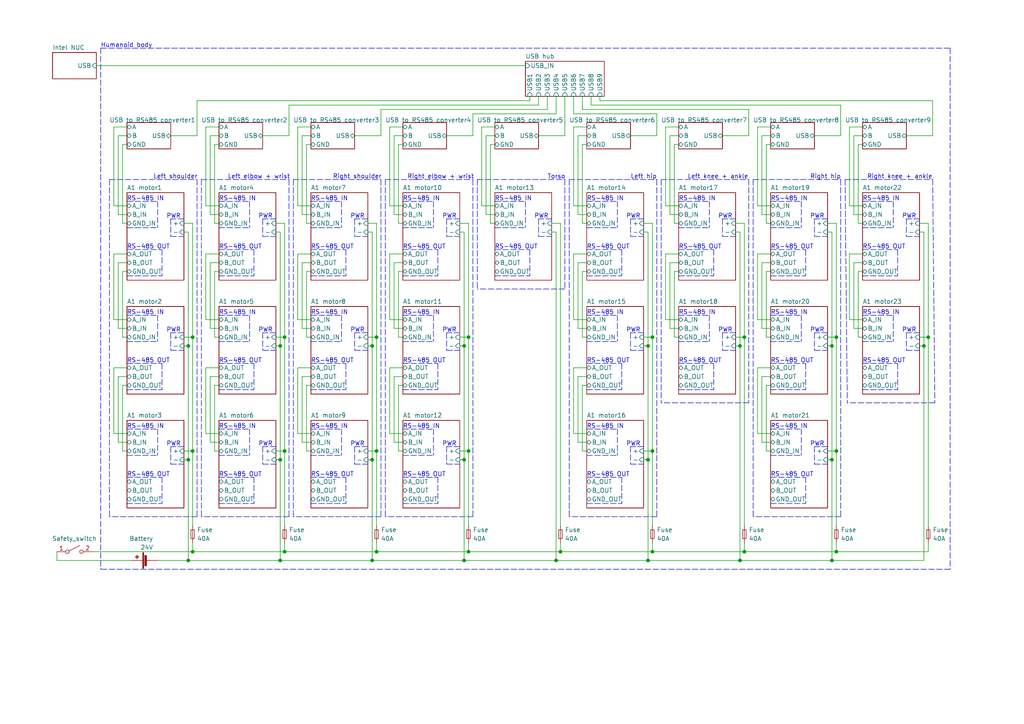
<source format=kicad_sch>
(kicad_sch (version 20211123) (generator eeschema)
  (paper "A4")
  (title_block (title "Actuation system of the humanoid robot") (date "2023-04-27"))
  (junction (at 269.24 97.79))
  (junction (at 189.23 160.02))
  (junction (at 242.57 160.02))
  (junction (at 81.28 133.35))
  (junction (at 187.96 162.56))
  (junction (at 242.57 130.81))
  (junction (at 54.61 100.33))
  (junction (at 241.3 162.56))
  (junction (at 187.96 100.33))
  (junction (at 107.95 100.33))
  (junction (at 189.23 97.79))
  (junction (at 109.22 97.79))
  (junction (at 55.88 160.02))
  (junction (at 81.28 162.56))
  (junction (at 135.89 130.81))
  (junction (at 215.9 160.02))
  (junction (at 82.55 160.02))
  (junction (at 82.55 130.81))
  (junction (at 242.57 97.79))
  (junction (at 134.62 133.35))
  (junction (at 135.89 160.02))
  (junction (at 241.3 133.35))
  (junction (at 54.61 162.56))
  (junction (at 162.56 160.02))
  (junction (at 214.63 162.56))
  (junction (at 214.63 100.33))
  (junction (at 267.97 100.33))
  (junction (at 241.3 100.33))
  (junction (at 135.89 97.79))
  (junction (at 81.28 100.33))
  (junction (at 54.61 133.35))
  (junction (at 109.22 130.81))
  (junction (at 107.95 162.56))
  (junction (at 55.88 130.81))
  (junction (at 134.62 162.56))
  (junction (at 134.62 100.33))
  (junction (at 161.29 162.56))
  (junction (at 189.23 130.81))
  (junction (at 82.55 97.79))
  (junction (at 107.95 133.35))
  (junction (at 215.9 97.79))
  (junction (at 55.88 97.79))
  (junction (at 109.22 160.02))
  (junction (at 187.96 133.35))
  (wire (pts (xy 166.37 73.66) (xy 166.37 92.71)))
  (polyline (pts (xy 223.52 105.41) (xy 233.68 105.41)))
  (wire (pts (xy 241.3 67.31) (xy 240.03 67.31)))
  (polyline (pts (xy 236.22 129.54) (xy 236.22 134.62)))
  (polyline (pts (xy 63.5 113.03) (xy 73.66 113.03)))
  (polyline (pts (xy 191.77 52.07) (xy 191.77 116.84)))
  (wire (pts (xy 195.58 64.77) (xy 196.85 64.77)))
  (wire (pts (xy 250.19 36.83) (xy 246.38 36.83)))
  (wire (pts (xy 173.99 29.21) (xy 173.99 27.94)))
  (polyline (pts (xy 36.83 58.42) (xy 45.72 58.42)))
  (polyline (pts (xy 106.68 63.5) (xy 102.87 63.5)))
  (wire (pts (xy 250.19 39.37) (xy 247.65 39.37)))
  (wire (pts (xy 35.56 130.81) (xy 36.83 130.81)))
  (wire (pts (xy 107.95 133.35) (xy 107.95 100.33)))
  (wire (pts (xy 223.52 106.68) (xy 219.71 106.68)))
  (wire (pts (xy 57.15 29.21) (xy 153.67 29.21)))
  (wire (pts (xy 88.9 130.81) (xy 90.17 130.81)))
  (polyline (pts (xy 245.11 52.07) (xy 245.745 116.84)))
  (wire (pts (xy 187.96 162.56) (xy 214.63 162.56)))
  (polyline (pts (xy 250.19 91.44) (xy 259.08 91.44)))
  (wire (pts (xy 113.03 125.73) (xy 116.84 125.73)))
  (wire (pts (xy 57.15 39.37) (xy 57.15 29.21)))
  (polyline (pts (xy 196.85 99.06) (xy 205.74 99.06)))
  (polyline (pts (xy 90.17 132.08) (xy 99.06 132.08)))
  (wire (pts (xy 60.96 62.23) (xy 63.5 62.23)))
  (polyline (pts (xy 36.83 146.05) (xy 46.99 146.05)))
  (wire (pts (xy 81.28 67.31) (xy 80.01 67.31)))
  (polyline (pts (xy 170.18 138.43) (xy 180.34 138.43)))
  (wire (pts (xy 82.55 160.02) (xy 109.22 160.02)))
  (polyline (pts (xy 100.33 138.43) (xy 100.33 146.05)))
  (wire (pts (xy 187.96 100.33) (xy 187.96 67.31)))
  (wire (pts (xy 53.34 130.81) (xy 55.88 130.81)))
  (wire (pts (xy 267.97 100.33) (xy 267.97 67.31)))
  (wire (pts (xy 168.91 64.77) (xy 170.18 64.77)))
  (wire (pts (xy 196.85 41.91) (xy 195.58 41.91)))
  (polyline (pts (xy 223.52 132.08) (xy 232.41 132.08)))
  (wire (pts (xy 186.69 130.81) (xy 189.23 130.81)))
  (wire (pts (xy 90.17 73.66) (xy 86.36 73.66)))
  (polyline (pts (xy 110.49 149.86) (xy 85.09 149.86)))
  (wire (pts (xy 87.63 39.37) (xy 87.63 62.23)))
  (wire (pts (xy 55.88 130.81) (xy 55.88 152.4)))
  (wire (pts (xy 223.52 78.74) (xy 222.25 78.74)))
  (wire (pts (xy 86.36 36.83) (xy 86.36 59.69)))
  (wire (pts (xy 33.02 73.66) (xy 33.02 92.71)))
  (wire (pts (xy 137.16 33.02) (xy 161.29 33.02)))
  (polyline (pts (xy 106.68 96.52) (xy 102.87 96.52)))
  (wire (pts (xy 115.57 97.79) (xy 116.84 97.79)))
  (polyline (pts (xy 143.51 80.01) (xy 153.67 80.01)))
  (polyline (pts (xy 262.89 101.6) (xy 266.7 101.6)))
  (polyline (pts (xy 53.34 63.5) (xy 49.53 63.5)))
  (wire (pts (xy 114.3 109.22) (xy 114.3 128.27)))
  (wire (pts (xy 222.25 111.76) (xy 222.25 130.81)))
  (wire (pts (xy 189.23 64.77) (xy 189.23 97.79)))
  (wire (pts (xy 59.69 73.66) (xy 59.69 92.71)))
  (wire (pts (xy 55.88 157.48) (xy 55.88 160.02)))
  (wire (pts (xy 139.7 59.69) (xy 143.51 59.69)))
  (wire (pts (xy 219.71 59.69) (xy 223.52 59.69)))
  (wire (pts (xy 34.29 128.27) (xy 36.83 128.27)))
  (wire (pts (xy 168.91 130.81) (xy 170.18 130.81)))
  (wire (pts (xy 26.67 160.02) (xy 55.88 160.02)))
  (polyline (pts (xy 63.5 66.04) (xy 72.39 66.04)))
  (wire (pts (xy 193.04 59.69) (xy 196.85 59.69)))
  (wire (pts (xy 45.72 162.56) (xy 54.61 162.56)))
  (polyline (pts (xy 250.19 105.41) (xy 260.35 105.41)))
  (polyline (pts (xy 99.06 124.46) (xy 99.06 132.08)))
  (polyline (pts (xy 170.18 99.06) (xy 179.07 99.06)))
  (wire (pts (xy 62.23 97.79) (xy 63.5 97.79)))
  (wire (pts (xy 135.89 157.48) (xy 135.89 160.02)))
  (wire (pts (xy 54.61 162.56) (xy 81.28 162.56)))
  (wire (pts (xy 220.98 39.37) (xy 220.98 62.23)))
  (wire (pts (xy 34.29 76.2) (xy 34.29 95.25)))
  (wire (pts (xy 86.36 59.69) (xy 90.17 59.69)))
  (polyline (pts (xy 102.87 134.62) (xy 106.68 134.62)))
  (polyline (pts (xy 179.07 91.44) (xy 179.07 99.06)))
  (wire (pts (xy 110.49 39.37) (xy 102.87 39.37)))
  (wire (pts (xy 217.17 31.75) (xy 217.17 39.37)))
  (wire (pts (xy 114.3 62.23) (xy 116.84 62.23)))
  (wire (pts (xy 247.65 39.37) (xy 247.65 62.23)))
  (wire (pts (xy 116.84 76.2) (xy 114.3 76.2)))
  (polyline (pts (xy 116.84 138.43) (xy 127 138.43)))
  (polyline (pts (xy 236.22 134.62) (xy 240.03 134.62)))
  (wire (pts (xy 186.69 97.79) (xy 189.23 97.79)))
  (wire (pts (xy 114.3 76.2) (xy 114.3 95.25)))
  (polyline (pts (xy 102.87 63.5) (xy 102.87 68.58)))
  (wire (pts (xy 86.36 73.66) (xy 86.36 92.71)))
  (polyline (pts (xy 170.18 105.41) (xy 180.34 105.41)))
  (polyline (pts (xy 63.5 132.08) (xy 72.39 132.08)))
  (wire (pts (xy 166.37 92.71) (xy 170.18 92.71)))
  (polyline (pts (xy 46.99 138.43) (xy 46.99 146.05)))
  (wire (pts (xy 106.68 64.77) (xy 109.22 64.77)))
  (polyline (pts (xy 262.89 96.52) (xy 262.89 101.6)))
  (wire (pts (xy 62.23 64.77) (xy 63.5 64.77)))
  (polyline (pts (xy 156.21 68.58) (xy 160.02 68.58)))
  (polyline (pts (xy 143.51 58.42) (xy 152.4 58.42)))
  (polyline (pts (xy 260.35 105.41) (xy 260.35 113.03)))
  (wire (pts (xy 266.7 100.33) (xy 267.97 100.33)))
  (polyline (pts (xy 76.2 96.52) (xy 76.2 101.6)))
  (polyline (pts (xy 63.5 58.42) (xy 72.39 58.42)))
  (wire (pts (xy 49.53 39.37) (xy 57.15 39.37)))
  (wire (pts (xy 168.91 27.94) (xy 168.91 31.75)))
  (wire (pts (xy 167.64 128.27) (xy 170.18 128.27)))
  (wire (pts (xy 33.02 36.83) (xy 33.02 59.69)))
  (polyline (pts (xy 232.41 124.46) (xy 232.41 132.08)))
  (polyline (pts (xy 125.73 91.44) (xy 125.73 99.06)))
  (wire (pts (xy 114.3 39.37) (xy 114.3 62.23)))
  (polyline (pts (xy 232.41 58.42) (xy 232.41 66.04)))
  (wire (pts (xy 190.5 33.02) (xy 166.37 33.02)))
  (wire (pts (xy 36.83 41.91) (xy 35.56 41.91)))
  (wire (pts (xy 116.84 39.37) (xy 114.3 39.37)))
  (wire (pts (xy 109.22 160.02) (xy 135.89 160.02)))
  (wire (pts (xy 54.61 67.31) (xy 53.34 67.31)))
  (polyline (pts (xy 116.84 146.05) (xy 127 146.05)))
  (polyline (pts (xy 266.7 96.52) (xy 262.89 96.52)))
  (wire (pts (xy 246.38 92.71) (xy 250.19 92.71)))
  (polyline (pts (xy 236.22 68.58) (xy 240.03 68.58)))
  (wire (pts (xy 59.69 59.69) (xy 63.5 59.69)))
  (wire (pts (xy 63.5 76.2) (xy 60.96 76.2)))
  (wire (pts (xy 247.65 62.23) (xy 250.19 62.23)))
  (wire (pts (xy 195.58 78.74) (xy 195.58 97.79)))
  (wire (pts (xy 186.69 64.77) (xy 189.23 64.77)))
  (wire (pts (xy 53.34 100.33) (xy 54.61 100.33)))
  (wire (pts (xy 107.95 100.33) (xy 107.95 67.31)))
  (polyline (pts (xy 116.84 58.42) (xy 125.73 58.42)))
  (wire (pts (xy 87.63 128.27) (xy 90.17 128.27)))
  (wire (pts (xy 241.3 133.35) (xy 241.3 162.56)))
  (polyline (pts (xy 180.34 138.43) (xy 180.34 146.05)))
  (wire (pts (xy 35.56 111.76) (xy 35.56 130.81)))
  (wire (pts (xy 80.01 133.35) (xy 81.28 133.35)))
  (polyline (pts (xy 213.36 96.52) (xy 209.55 96.52)))
  (wire (pts (xy 248.92 78.74) (xy 248.92 97.79)))
  (wire (pts (xy 163.83 39.37) (xy 163.83 27.94)))
  (wire (pts (xy 215.9 157.48) (xy 215.9 160.02)))
  (wire (pts (xy 170.18 73.66) (xy 166.37 73.66)))
  (polyline (pts (xy 236.22 101.6) (xy 240.03 101.6)))
  (polyline (pts (xy 250.19 72.39) (xy 260.35 72.39)))
  (polyline (pts (xy 205.74 91.44) (xy 205.74 99.06)))
  (wire (pts (xy 243.84 39.37) (xy 243.84 30.48)))
  (polyline (pts (xy 223.52 99.06) (xy 232.41 99.06)))
  (polyline (pts (xy 36.83 113.03) (xy 46.99 113.03)))
  (wire (pts (xy 242.57 64.77) (xy 242.57 97.79)))
  (polyline (pts (xy 223.52 66.04) (xy 232.41 66.04)))
  (polyline (pts (xy 45.72 91.44) (xy 45.72 99.06)))
  (polyline (pts (xy 196.85 113.03) (xy 207.01 113.03)))
  (wire (pts (xy 214.63 100.33) (xy 214.63 67.31)))
  (polyline (pts (xy 83.82 52.07) (xy 83.82 149.86)))
  (wire (pts (xy 90.17 78.74) (xy 88.9 78.74)))
  (wire (pts (xy 60.96 128.27) (xy 63.5 128.27)))
  (wire (pts (xy 90.17 106.68) (xy 86.36 106.68)))
  (wire (pts (xy 33.02 106.68) (xy 33.02 125.73)))
  (wire (pts (xy 187.96 67.31) (xy 186.69 67.31)))
  (wire (pts (xy 247.65 95.25) (xy 250.19 95.25)))
  (wire (pts (xy 90.17 109.22) (xy 87.63 109.22)))
  (wire (pts (xy 142.24 41.91) (xy 142.24 64.77)))
  (wire (pts (xy 158.75 31.75) (xy 158.75 27.94)))
  (wire (pts (xy 33.02 92.71) (xy 36.83 92.71)))
  (polyline (pts (xy 275.59 165.1) (xy 29.21 165.1)))
  (wire (pts (xy 114.3 95.25) (xy 116.84 95.25)))
  (wire (pts (xy 140.97 62.23) (xy 143.51 62.23)))
  (wire (pts (xy 115.57 78.74) (xy 115.57 97.79)))
  (polyline (pts (xy 207.01 72.39) (xy 207.01 80.01)))
  (wire (pts (xy 87.63 95.25) (xy 90.17 95.25)))
  (polyline (pts (xy 100.33 72.39) (xy 100.33 80.01)))
  (polyline (pts (xy 217.17 52.07) (xy 217.17 116.84)))
  (polyline (pts (xy 73.66 72.39) (xy 73.66 80.01)))
  (wire (pts (xy 53.34 97.79) (xy 55.88 97.79)))
  (wire (pts (xy 63.5 111.76) (xy 62.23 111.76)))
  (wire (pts (xy 54.61 133.35) (xy 54.61 100.33)))
  (polyline (pts (xy 63.5 146.05) (xy 73.66 146.05)))
  (polyline (pts (xy 72.39 91.44) (xy 72.39 99.06)))
  (polyline (pts (xy 205.74 58.42) (xy 205.74 66.04)))
  (wire (pts (xy 110.49 39.37) (xy 110.49 31.75)))
  (wire (pts (xy 171.45 30.48) (xy 171.45 27.94)))
  (wire (pts (xy 36.83 111.76) (xy 35.56 111.76)))
  (wire (pts (xy 80.01 130.81) (xy 82.55 130.81)))
  (polyline (pts (xy 218.44 52.07) (xy 218.44 149.86)))
  (wire (pts (xy 223.52 39.37) (xy 220.98 39.37)))
  (polyline (pts (xy 100.33 105.41) (xy 100.33 113.03)))
  (polyline (pts (xy 36.83 66.04) (xy 45.72 66.04)))
  (polyline (pts (xy 152.4 58.42) (xy 152.4 66.04)))
  (wire (pts (xy 167.64 62.23) (xy 170.18 62.23)))
  (polyline (pts (xy 179.07 58.42) (xy 179.07 66.04)))
  (wire (pts (xy 106.68 130.81) (xy 109.22 130.81)))
  (wire (pts (xy 193.04 92.71) (xy 196.85 92.71)))
  (wire (pts (xy 240.03 133.35) (xy 241.3 133.35)))
  (polyline (pts (xy 129.54 134.62) (xy 133.35 134.62)))
  (polyline (pts (xy 196.85 66.04) (xy 205.74 66.04)))
  (wire (pts (xy 170.18 106.68) (xy 166.37 106.68)))
  (wire (pts (xy 88.9 111.76) (xy 88.9 130.81)))
  (wire (pts (xy 196.85 78.74) (xy 195.58 78.74)))
  (wire (pts (xy 116.84 106.68) (xy 113.03 106.68)))
  (polyline (pts (xy 217.17 116.84) (xy 191.77 116.84)))
  (wire (pts (xy 167.64 39.37) (xy 167.64 62.23)))
  (wire (pts (xy 247.65 76.2) (xy 247.65 95.25)))
  (polyline (pts (xy 127 72.39) (xy 127 80.01)))
  (polyline (pts (xy 243.84 52.07) (xy 243.84 149.86)))
  (polyline (pts (xy 163.83 83.82) (xy 138.43 83.82)))
  (polyline (pts (xy 190.5 149.86) (xy 165.1 149.86)))
  (wire (pts (xy 35.56 78.74) (xy 35.56 97.79)))
  (polyline (pts (xy 232.41 91.44) (xy 232.41 99.06)))
  (wire (pts (xy 162.56 160.02) (xy 189.23 160.02)))
  (polyline (pts (xy 180.34 105.41) (xy 180.34 113.03)))
  (wire (pts (xy 267.97 100.33) (xy 267.97 162.56)))
  (polyline (pts (xy 209.55 96.52) (xy 209.55 101.6)))
  (polyline (pts (xy 182.88 134.62) (xy 186.69 134.62)))
  (polyline (pts (xy 116.84 113.03) (xy 127 113.03)))
  (wire (pts (xy 246.38 73.66) (xy 246.38 92.71)))
  (polyline (pts (xy 223.52 138.43) (xy 233.68 138.43)))
  (polyline (pts (xy 110.49 52.07) (xy 110.49 149.86)))
  (polyline (pts (xy 76.2 101.6) (xy 80.01 101.6)))
  (wire (pts (xy 168.91 31.75) (xy 217.17 31.75)))
  (wire (pts (xy 82.55 97.79) (xy 82.55 130.81)))
  (wire (pts (xy 246.38 59.69) (xy 250.19 59.69)))
  (polyline (pts (xy 182.88 129.54) (xy 182.88 134.62)))
  (wire (pts (xy 53.34 133.35) (xy 54.61 133.35)))
  (wire (pts (xy 33.02 125.73) (xy 36.83 125.73)))
  (polyline (pts (xy 129.54 96.52) (xy 129.54 101.6)))
  (polyline (pts (xy 266.7 63.5) (xy 262.89 63.5)))
  (wire (pts (xy 116.84 36.83) (xy 113.03 36.83)))
  (wire (pts (xy 166.37 59.69) (xy 170.18 59.69)))
  (wire (pts (xy 189.23 157.48) (xy 189.23 160.02)))
  (wire (pts (xy 143.51 36.83) (xy 139.7 36.83)))
  (wire (pts (xy 162.56 157.48) (xy 162.56 160.02)))
  (polyline (pts (xy 186.69 129.54) (xy 182.88 129.54)))
  (polyline (pts (xy 180.34 72.39) (xy 180.34 80.01)))
  (polyline (pts (xy 36.83 105.41) (xy 46.99 105.41)))
  (wire (pts (xy 222.25 41.91) (xy 222.25 64.77)))
  (polyline (pts (xy 63.5 72.39) (xy 73.66 72.39)))
  (polyline (pts (xy 116.84 99.06) (xy 125.73 99.06)))
  (wire (pts (xy 223.52 109.22) (xy 220.98 109.22)))
  (wire (pts (xy 242.57 130.81) (xy 242.57 152.4)))
  (wire (pts (xy 168.91 41.91) (xy 168.91 64.77)))
  (wire (pts (xy 34.29 95.25) (xy 36.83 95.25)))
  (polyline (pts (xy 116.84 91.44) (xy 125.73 91.44)))
  (polyline (pts (xy 213.36 63.5) (xy 209.55 63.5)))
  (polyline (pts (xy 245.11 52.07) (xy 270.51 52.07)))
  (polyline (pts (xy 49.53 63.5) (xy 49.53 68.58)))
  (polyline (pts (xy 156.21 63.5) (xy 156.21 68.58)))
  (polyline (pts (xy 233.68 138.43) (xy 233.68 146.05)))
  (polyline (pts (xy 53.34 96.52) (xy 49.53 96.52)))
  (polyline (pts (xy 127 105.41) (xy 127 113.03)))
  (wire (pts (xy 143.51 41.91) (xy 142.24 41.91)))
  (wire (pts (xy 90.17 36.83) (xy 86.36 36.83)))
  (wire (pts (xy 193.04 36.83) (xy 193.04 59.69)))
  (polyline (pts (xy 218.44 52.07) (xy 243.84 52.07)))
  (wire (pts (xy 270.51 39.37) (xy 262.89 39.37)))
  (polyline (pts (xy 99.06 91.44) (xy 99.06 99.06)))
  (wire (pts (xy 160.02 64.77) (xy 162.56 64.77)))
  (wire (pts (xy 170.18 36.83) (xy 166.37 36.83)))
  (polyline (pts (xy 63.5 138.43) (xy 73.66 138.43)))
  (polyline (pts (xy 240.03 96.52) (xy 236.22 96.52)))
  (polyline (pts (xy 196.85 105.41) (xy 207.01 105.41)))
  (wire (pts (xy 88.9 64.77) (xy 90.17 64.77)))
  (wire (pts (xy 60.96 39.37) (xy 60.96 62.23)))
  (wire (pts (xy 196.85 36.83) (xy 193.04 36.83)))
  (polyline (pts (xy 31.75 52.07) (xy 57.15 52.07)))
  (wire (pts (xy 55.88 160.02) (xy 82.55 160.02)))
  (polyline (pts (xy 129.54 129.54) (xy 129.54 134.62)))
  (polyline (pts (xy 190.5 52.07) (xy 190.5 149.86)))
  (wire (pts (xy 186.69 133.35) (xy 187.96 133.35)))
  (wire (pts (xy 135.89 160.02) (xy 162.56 160.02)))
  (wire (pts (xy 195.58 41.91) (xy 195.58 64.77)))
  (wire (pts (xy 170.18 39.37) (xy 167.64 39.37)))
  (wire (pts (xy 63.5 36.83) (xy 59.69 36.83)))
  (wire (pts (xy 83.82 30.48) (xy 156.21 30.48)))
  (wire (pts (xy 214.63 100.33) (xy 214.63 162.56)))
  (wire (pts (xy 270.51 39.37) (xy 270.51 29.21)))
  (wire (pts (xy 241.3 133.35) (xy 241.3 100.33)))
  (wire (pts (xy 113.03 73.66) (xy 113.03 92.71)))
  (polyline (pts (xy 129.54 63.5) (xy 129.54 68.58)))
  (wire (pts (xy 36.83 73.66) (xy 33.02 73.66)))
  (polyline (pts (xy 73.66 138.43) (xy 73.66 146.05)))
  (polyline (pts (xy 46.99 105.41) (xy 46.99 113.03)))
  (wire (pts (xy 242.57 157.48) (xy 242.57 160.02)))
  (polyline (pts (xy 262.89 68.58) (xy 266.7 68.58)))
  (wire (pts (xy 80.01 97.79) (xy 82.55 97.79)))
  (wire (pts (xy 156.21 39.37) (xy 163.83 39.37)))
  (polyline (pts (xy 102.87 129.54) (xy 102.87 134.62)))
  (wire (pts (xy 86.36 125.73) (xy 90.17 125.73)))
  (polyline (pts (xy 186.69 96.52) (xy 182.88 96.52)))
  (polyline (pts (xy 85.09 52.07) (xy 110.49 52.07)))
  (wire (pts (xy 240.03 64.77) (xy 242.57 64.77)))
  (polyline (pts (xy 76.2 68.58) (xy 80.01 68.58)))
  (wire (pts (xy 116.84 111.76) (xy 115.57 111.76)))
  (polyline (pts (xy 85.09 52.07) (xy 85.09 149.86)))
  (polyline (pts (xy 116.84 132.08) (xy 125.73 132.08)))
  (polyline (pts (xy 116.84 72.39) (xy 127 72.39)))
  (polyline (pts (xy 262.89 63.5) (xy 262.89 68.58)))
  (wire (pts (xy 168.91 111.76) (xy 168.91 130.81)))
  (wire (pts (xy 222.25 64.77) (xy 223.52 64.77)))
  (wire (pts (xy 161.29 162.56) (xy 187.96 162.56)))
  (polyline (pts (xy 170.18 146.05) (xy 180.34 146.05)))
  (wire (pts (xy 107.95 67.31) (xy 106.68 67.31)))
  (wire (pts (xy 153.67 29.21) (xy 153.67 27.94)))
  (wire (pts (xy 116.84 41.91) (xy 115.57 41.91)))
  (polyline (pts (xy 63.5 99.06) (xy 72.39 99.06)))
  (wire (pts (xy 162.56 64.77) (xy 162.56 152.4)))
  (polyline (pts (xy 182.88 96.52) (xy 182.88 101.6)))
  (wire (pts (xy 248.92 97.79) (xy 250.19 97.79)))
  (wire (pts (xy 107.95 133.35) (xy 107.95 162.56)))
  (wire (pts (xy 63.5 39.37) (xy 60.96 39.37)))
  (polyline (pts (xy 36.83 72.39) (xy 46.99 72.39)))
  (polyline (pts (xy 250.19 66.04) (xy 259.08 66.04)))
  (wire (pts (xy 170.18 109.22) (xy 167.64 109.22)))
  (polyline (pts (xy 138.43 52.07) (xy 163.83 52.07)))
  (wire (pts (xy 133.35 133.35) (xy 134.62 133.35)))
  (wire (pts (xy 60.96 76.2) (xy 60.96 95.25)))
  (wire (pts (xy 161.29 67.31) (xy 161.29 162.56)))
  (polyline (pts (xy 240.03 129.54) (xy 236.22 129.54)))
  (wire (pts (xy 90.17 76.2) (xy 87.63 76.2)))
  (wire (pts (xy 34.29 62.23) (xy 36.83 62.23)))
  (wire (pts (xy 220.98 76.2) (xy 220.98 95.25)))
  (wire (pts (xy 219.71 92.71) (xy 223.52 92.71)))
  (wire (pts (xy 81.28 133.35) (xy 81.28 100.33)))
  (polyline (pts (xy 259.08 58.42) (xy 259.08 66.04)))
  (wire (pts (xy 63.5 106.68) (xy 59.69 106.68)))
  (polyline (pts (xy 80.01 63.5) (xy 76.2 63.5)))
  (wire (pts (xy 81.28 133.35) (xy 81.28 162.56)))
  (polyline (pts (xy 223.52 72.39) (xy 233.68 72.39)))
  (wire (pts (xy 59.69 92.71) (xy 63.5 92.71)))
  (wire (pts (xy 109.22 64.77) (xy 109.22 97.79)))
  (polyline (pts (xy 57.15 52.07) (xy 57.15 149.86)))
  (polyline (pts (xy 170.18 124.46) (xy 179.07 124.46)))
  (wire (pts (xy 219.71 73.66) (xy 219.71 92.71)))
  (polyline (pts (xy 90.17 91.44) (xy 99.06 91.44)))
  (polyline (pts (xy 111.76 52.07) (xy 137.16 52.07)))
  (wire (pts (xy 109.22 157.48) (xy 109.22 160.02)))
  (wire (pts (xy 88.9 41.91) (xy 88.9 64.77)))
  (wire (pts (xy 81.28 162.56) (xy 107.95 162.56)))
  (wire (pts (xy 187.96 133.35) (xy 187.96 162.56)))
  (polyline (pts (xy 165.1 52.07) (xy 190.5 52.07)))
  (polyline (pts (xy 49.53 96.52) (xy 49.53 101.6)))
  (wire (pts (xy 193.04 73.66) (xy 193.04 92.71)))
  (wire (pts (xy 59.69 125.73) (xy 63.5 125.73)))
  (polyline (pts (xy 196.85 72.39) (xy 207.01 72.39)))
  (wire (pts (xy 190.5 39.37) (xy 190.5 33.02)))
  (polyline (pts (xy 160.02 63.5) (xy 156.21 63.5)))
  (polyline (pts (xy 260.35 72.39) (xy 260.35 80.01)))
  (wire (pts (xy 38.1 162.56) (xy 16.51 162.56)))
  (wire (pts (xy 240.03 100.33) (xy 241.3 100.33)))
  (wire (pts (xy 196.85 76.2) (xy 194.31 76.2)))
  (polyline (pts (xy 80.01 96.52) (xy 76.2 96.52)))
  (wire (pts (xy 83.82 39.37) (xy 76.2 39.37)))
  (wire (pts (xy 241.3 162.56) (xy 267.97 162.56)))
  (wire (pts (xy 243.84 30.48) (xy 171.45 30.48)))
  (wire (pts (xy 35.56 97.79) (xy 36.83 97.79)))
  (wire (pts (xy 170.18 78.74) (xy 168.91 78.74)))
  (wire (pts (xy 140.97 39.37) (xy 140.97 62.23)))
  (polyline (pts (xy 137.16 149.86) (xy 111.76 149.86)))
  (wire (pts (xy 27.94 19.05) (xy 152.4 19.05)))
  (wire (pts (xy 215.9 64.77) (xy 215.9 97.79)))
  (polyline (pts (xy 250.19 80.01) (xy 260.35 80.01)))
  (wire (pts (xy 63.5 109.22) (xy 60.96 109.22)))
  (polyline (pts (xy 138.43 52.07) (xy 138.43 83.82)))
  (polyline (pts (xy 116.84 124.46) (xy 125.73 124.46)))
  (polyline (pts (xy 182.88 101.6) (xy 186.69 101.6)))
  (wire (pts (xy 269.24 64.77) (xy 269.24 97.79)))
  (wire (pts (xy 80.01 64.77) (xy 82.55 64.77)))
  (wire (pts (xy 190.5 39.37) (xy 182.88 39.37)))
  (wire (pts (xy 113.03 106.68) (xy 113.03 125.73)))
  (polyline (pts (xy 58.42 52.07) (xy 58.42 149.86)))
  (polyline (pts (xy 36.83 124.46) (xy 45.72 124.46)))
  (wire (pts (xy 189.23 130.81) (xy 189.23 152.4)))
  (wire (pts (xy 223.52 36.83) (xy 219.71 36.83)))
  (wire (pts (xy 36.83 36.83) (xy 33.02 36.83)))
  (wire (pts (xy 242.57 160.02) (xy 269.24 160.02)))
  (wire (pts (xy 186.69 100.33) (xy 187.96 100.33)))
  (polyline (pts (xy 170.18 80.01) (xy 180.34 80.01)))
  (wire (pts (xy 135.89 64.77) (xy 135.89 97.79)))
  (wire (pts (xy 170.18 76.2) (xy 167.64 76.2)))
  (polyline (pts (xy 63.5 105.41) (xy 73.66 105.41)))
  (wire (pts (xy 242.57 97.79) (xy 242.57 130.81)))
  (wire (pts (xy 134.62 133.35) (xy 134.62 162.56)))
  (polyline (pts (xy 182.88 68.58) (xy 186.69 68.58)))
  (polyline (pts (xy 170.18 91.44) (xy 179.07 91.44)))
  (wire (pts (xy 115.57 130.81) (xy 116.84 130.81)))
  (wire (pts (xy 63.5 73.66) (xy 59.69 73.66)))
  (wire (pts (xy 223.52 73.66) (xy 219.71 73.66)))
  (wire (pts (xy 220.98 128.27) (xy 223.52 128.27)))
  (wire (pts (xy 90.17 111.76) (xy 88.9 111.76)))
  (wire (pts (xy 223.52 41.91) (xy 222.25 41.91)))
  (wire (pts (xy 223.52 111.76) (xy 222.25 111.76)))
  (wire (pts (xy 59.69 106.68) (xy 59.69 125.73)))
  (polyline (pts (xy 90.17 66.04) (xy 99.06 66.04)))
  (wire (pts (xy 35.56 41.91) (xy 35.56 64.77)))
  (polyline (pts (xy 31.75 52.07) (xy 31.75 149.86)))
  (polyline (pts (xy 196.85 58.42) (xy 205.74 58.42)))
  (wire (pts (xy 139.7 36.83) (xy 139.7 59.69)))
  (polyline (pts (xy 36.83 80.01) (xy 46.99 80.01)))
  (wire (pts (xy 215.9 97.79) (xy 215.9 152.4)))
  (polyline (pts (xy 36.83 91.44) (xy 45.72 91.44)))
  (polyline (pts (xy 99.06 58.42) (xy 99.06 66.04)))
  (wire (pts (xy 82.55 64.77) (xy 82.55 97.79)))
  (wire (pts (xy 113.03 92.71) (xy 116.84 92.71)))
  (polyline (pts (xy 143.51 66.04) (xy 152.4 66.04)))
  (wire (pts (xy 269.24 157.48) (xy 269.24 160.02)))
  (polyline (pts (xy 90.17 80.01) (xy 100.33 80.01)))
  (wire (pts (xy 250.19 78.74) (xy 248.92 78.74)))
  (wire (pts (xy 36.83 78.74) (xy 35.56 78.74)))
  (wire (pts (xy 36.83 39.37) (xy 34.29 39.37)))
  (wire (pts (xy 90.17 39.37) (xy 87.63 39.37)))
  (wire (pts (xy 166.37 33.02) (xy 166.37 27.94)))
  (polyline (pts (xy 102.87 101.6) (xy 106.68 101.6)))
  (polyline (pts (xy 129.54 101.6) (xy 133.35 101.6)))
  (wire (pts (xy 166.37 106.68) (xy 166.37 125.73)))
  (wire (pts (xy 220.98 109.22) (xy 220.98 128.27)))
  (polyline (pts (xy 259.08 91.44) (xy 259.08 99.06)))
  (wire (pts (xy 86.36 92.71) (xy 90.17 92.71)))
  (wire (pts (xy 170.18 111.76) (xy 168.91 111.76)))
  (wire (pts (xy 36.83 109.22) (xy 34.29 109.22)))
  (wire (pts (xy 134.62 67.31) (xy 133.35 67.31)))
  (polyline (pts (xy 275.59 13.97) (xy 275.59 165.1)))
  (polyline (pts (xy 102.87 96.52) (xy 102.87 101.6)))
  (polyline (pts (xy 76.2 134.62) (xy 80.01 134.62)))
  (wire (pts (xy 194.31 76.2) (xy 194.31 95.25)))
  (wire (pts (xy 220.98 62.23) (xy 223.52 62.23)))
  (wire (pts (xy 196.85 73.66) (xy 193.04 73.66)))
  (wire (pts (xy 156.21 30.48) (xy 156.21 27.94)))
  (wire (pts (xy 36.83 76.2) (xy 34.29 76.2)))
  (polyline (pts (xy 250.19 113.03) (xy 260.35 113.03)))
  (wire (pts (xy 62.23 41.91) (xy 62.23 64.77)))
  (wire (pts (xy 250.19 76.2) (xy 247.65 76.2)))
  (wire (pts (xy 240.03 130.81) (xy 242.57 130.81)))
  (polyline (pts (xy 186.69 63.5) (xy 182.88 63.5)))
  (polyline (pts (xy 223.52 113.03) (xy 233.68 113.03)))
  (polyline (pts (xy 209.55 68.58) (xy 213.36 68.58)))
  (wire (pts (xy 213.36 64.77) (xy 215.9 64.77)))
  (wire (pts (xy 110.49 31.75) (xy 158.75 31.75)))
  (wire (pts (xy 55.88 64.77) (xy 55.88 97.79)))
  (polyline (pts (xy 29.21 13.97) (xy 275.59 13.97)))
  (wire (pts (xy 194.31 39.37) (xy 194.31 62.23)))
  (wire (pts (xy 82.55 157.48) (xy 82.55 160.02)))
  (polyline (pts (xy 223.52 80.01) (xy 233.68 80.01)))
  (polyline (pts (xy 137.16 52.07) (xy 137.16 149.86)))
  (wire (pts (xy 137.16 39.37) (xy 137.16 33.02)))
  (polyline (pts (xy 36.83 138.43) (xy 46.99 138.43)))
  (wire (pts (xy 88.9 97.79) (xy 90.17 97.79)))
  (polyline (pts (xy 90.17 99.06) (xy 99.06 99.06)))
  (wire (pts (xy 222.25 78.74) (xy 222.25 97.79)))
  (wire (pts (xy 34.29 39.37) (xy 34.29 62.23)))
  (wire (pts (xy 137.16 39.37) (xy 129.54 39.37)))
  (wire (pts (xy 135.89 97.79) (xy 135.89 130.81)))
  (wire (pts (xy 113.03 59.69) (xy 116.84 59.69)))
  (wire (pts (xy 133.35 97.79) (xy 135.89 97.79)))
  (wire (pts (xy 116.84 109.22) (xy 114.3 109.22)))
  (polyline (pts (xy 236.22 96.52) (xy 236.22 101.6)))
  (wire (pts (xy 250.19 73.66) (xy 246.38 73.66)))
  (polyline (pts (xy 163.83 52.07) (xy 163.83 83.82)))
  (polyline (pts (xy 116.84 80.01) (xy 127 80.01)))
  (polyline (pts (xy 209.55 101.6) (xy 213.36 101.6)))
  (wire (pts (xy 219.71 106.68) (xy 219.71 125.73)))
  (wire (pts (xy 60.96 95.25) (xy 63.5 95.25)))
  (wire (pts (xy 63.5 78.74) (xy 62.23 78.74)))
  (wire (pts (xy 142.24 64.77) (xy 143.51 64.77)))
  (polyline (pts (xy 207.01 105.41) (xy 207.01 113.03)))
  (wire (pts (xy 133.35 64.77) (xy 135.89 64.77)))
  (polyline (pts (xy 250.19 99.06) (xy 259.08 99.06)))
  (polyline (pts (xy 125.73 58.42) (xy 125.73 66.04)))
  (wire (pts (xy 62.23 111.76) (xy 62.23 130.81)))
  (wire (pts (xy 220.98 95.25) (xy 223.52 95.25)))
  (wire (pts (xy 54.61 100.33) (xy 54.61 67.31)))
  (wire (pts (xy 194.31 95.25) (xy 196.85 95.25)))
  (polyline (pts (xy 111.76 52.07) (xy 111.76 149.86)))
  (wire (pts (xy 143.51 39.37) (xy 140.97 39.37)))
  (wire (pts (xy 34.29 109.22) (xy 34.29 128.27)))
  (wire (pts (xy 196.85 39.37) (xy 194.31 39.37)))
  (wire (pts (xy 213.36 100.33) (xy 214.63 100.33)))
  (polyline (pts (xy 133.35 96.52) (xy 129.54 96.52)))
  (wire (pts (xy 35.56 64.77) (xy 36.83 64.77)))
  (wire (pts (xy 115.57 111.76) (xy 115.57 130.81)))
  (polyline (pts (xy 116.84 66.04) (xy 125.73 66.04)))
  (wire (pts (xy 187.96 133.35) (xy 187.96 100.33)))
  (polyline (pts (xy 233.68 105.41) (xy 233.68 113.03)))
  (polyline (pts (xy 36.83 132.08) (xy 45.72 132.08)))
  (wire (pts (xy 134.62 133.35) (xy 134.62 100.33)))
  (polyline (pts (xy 46.99 72.39) (xy 46.99 80.01)))
  (wire (pts (xy 168.91 78.74) (xy 168.91 97.79)))
  (wire (pts (xy 116.84 78.74) (xy 115.57 78.74)))
  (wire (pts (xy 134.62 100.33) (xy 134.62 67.31)))
  (polyline (pts (xy 191.77 52.07) (xy 217.17 52.07)))
  (polyline (pts (xy 125.73 124.46) (xy 125.73 132.08)))
  (polyline (pts (xy 45.72 124.46) (xy 45.72 132.08)))
  (polyline (pts (xy 129.54 68.58) (xy 133.35 68.58)))
  (wire (pts (xy 90.17 41.91) (xy 88.9 41.91)))
  (wire (pts (xy 222.25 130.81) (xy 223.52 130.81)))
  (polyline (pts (xy 133.35 129.54) (xy 129.54 129.54)))
  (wire (pts (xy 166.37 125.73) (xy 170.18 125.73)))
  (wire (pts (xy 167.64 95.25) (xy 170.18 95.25)))
  (wire (pts (xy 62.23 78.74) (xy 62.23 97.79)))
  (wire (pts (xy 60.96 109.22) (xy 60.96 128.27)))
  (polyline (pts (xy 240.03 63.5) (xy 236.22 63.5)))
  (wire (pts (xy 80.01 100.33) (xy 81.28 100.33)))
  (polyline (pts (xy 223.52 146.05) (xy 233.68 146.05)))
  (polyline (pts (xy 57.15 149.86) (xy 31.75 149.86)))
  (wire (pts (xy 269.24 97.79) (xy 269.24 152.4)))
  (wire (pts (xy 217.17 39.37) (xy 209.55 39.37)))
  (polyline (pts (xy 182.88 63.5) (xy 182.88 68.58)))
  (polyline (pts (xy 223.52 58.42) (xy 232.41 58.42)))
  (polyline (pts (xy 63.5 80.01) (xy 73.66 80.01)))
  (polyline (pts (xy 29.21 13.97) (xy 29.21 165.1)))
  (polyline (pts (xy 223.52 124.46) (xy 232.41 124.46)))
  (polyline (pts (xy 49.53 129.54) (xy 49.53 134.62)))
  (wire (pts (xy 213.36 97.79) (xy 215.9 97.79)))
  (polyline (pts (xy 49.53 68.58) (xy 53.34 68.58)))
  (polyline (pts (xy 209.55 63.5) (xy 209.55 68.58)))
  (wire (pts (xy 106.68 133.35) (xy 107.95 133.35)))
  (wire (pts (xy 113.03 36.83) (xy 113.03 59.69)))
  (polyline (pts (xy 45.72 58.42) (xy 45.72 66.04)))
  (polyline (pts (xy 49.53 101.6) (xy 53.34 101.6)))
  (wire (pts (xy 109.22 130.81) (xy 109.22 152.4)))
  (polyline (pts (xy 58.42 52.07) (xy 83.82 52.07)))
  (wire (pts (xy 135.89 130.81) (xy 135.89 152.4)))
  (polyline (pts (xy 153.67 72.39) (xy 153.67 80.01)))
  (wire (pts (xy 134.62 162.56) (xy 161.29 162.56)))
  (polyline (pts (xy 72.39 124.46) (xy 72.39 132.08)))
  (wire (pts (xy 266.7 64.77) (xy 269.24 64.77)))
  (wire (pts (xy 160.02 67.31) (xy 161.29 67.31)))
  (wire (pts (xy 214.63 67.31) (xy 213.36 67.31)))
  (polyline (pts (xy 170.18 58.42) (xy 179.07 58.42)))
  (wire (pts (xy 246.38 36.83) (xy 246.38 59.69)))
  (wire (pts (xy 167.64 109.22) (xy 167.64 128.27)))
  (wire (pts (xy 54.61 133.35) (xy 54.61 162.56)))
  (polyline (pts (xy 127 138.43) (xy 127 146.05)))
  (wire (pts (xy 87.63 109.22) (xy 87.63 128.27)))
  (polyline (pts (xy 271.145 116.84) (xy 245.745 116.84)))
  (wire (pts (xy 133.35 100.33) (xy 134.62 100.33)))
  (wire (pts (xy 107.95 162.56) (xy 134.62 162.56)))
  (polyline (pts (xy 90.17 58.42) (xy 99.06 58.42)))
  (wire (pts (xy 215.9 160.02) (xy 242.57 160.02)))
  (wire (pts (xy 248.92 41.91) (xy 248.92 64.77)))
  (polyline (pts (xy 90.17 146.05) (xy 100.33 146.05)))
  (polyline (pts (xy 90.17 72.39) (xy 100.33 72.39)))
  (wire (pts (xy 168.91 97.79) (xy 170.18 97.79)))
  (wire (pts (xy 59.69 36.83) (xy 59.69 59.69)))
  (polyline (pts (xy 36.83 99.06) (xy 45.72 99.06)))
  (polyline (pts (xy 102.87 68.58) (xy 106.68 68.58)))
  (wire (pts (xy 189.23 160.02) (xy 215.9 160.02)))
  (polyline (pts (xy 90.17 138.43) (xy 100.33 138.43)))
  (wire (pts (xy 214.63 162.56) (xy 241.3 162.56)))
  (wire (pts (xy 88.9 78.74) (xy 88.9 97.79)))
  (polyline (pts (xy 170.18 132.08) (xy 179.07 132.08)))
  (polyline (pts (xy 170.18 72.39) (xy 180.34 72.39)))
  (wire (pts (xy 194.31 62.23) (xy 196.85 62.23)))
  (polyline (pts (xy 165.1 52.07) (xy 165.1 149.86)))
  (wire (pts (xy 87.63 76.2) (xy 87.63 95.25)))
  (polyline (pts (xy 196.85 80.01) (xy 207.01 80.01)))
  (polyline (pts (xy 63.5 91.44) (xy 72.39 91.44)))
  (wire (pts (xy 250.19 41.91) (xy 248.92 41.91)))
  (polyline (pts (xy 243.84 149.86) (xy 218.44 149.86)))
  (wire (pts (xy 222.25 97.79) (xy 223.52 97.79)))
  (wire (pts (xy 161.29 33.02) (xy 161.29 27.94)))
  (wire (pts (xy 219.71 125.73) (xy 223.52 125.73)))
  (wire (pts (xy 62.23 130.81) (xy 63.5 130.81)))
  (polyline (pts (xy 250.19 58.42) (xy 259.08 58.42)))
  (polyline (pts (xy 196.85 91.44) (xy 205.74 91.44)))
  (wire (pts (xy 86.36 106.68) (xy 86.36 125.73)))
  (polyline (pts (xy 73.66 105.41) (xy 73.66 113.03)))
  (polyline (pts (xy 76.2 129.54) (xy 76.2 134.62)))
  (wire (pts (xy 167.64 76.2) (xy 167.64 95.25)))
  (wire (pts (xy 16.51 160.02) (xy 16.51 162.56)))
  (wire (pts (xy 219.71 36.83) (xy 219.71 59.69)))
  (wire (pts (xy 36.83 106.68) (xy 33.02 106.68)))
  (polyline (pts (xy 72.39 58.42) (xy 72.39 66.04)))
  (wire (pts (xy 270.51 29.21) (xy 173.99 29.21)))
  (wire (pts (xy 114.3 128.27) (xy 116.84 128.27)))
  (wire (pts (xy 55.88 97.79) (xy 55.88 130.81)))
  (wire (pts (xy 195.58 97.79) (xy 196.85 97.79)))
  (polyline (pts (xy 49.53 134.62) (xy 53.34 134.62)))
  (wire (pts (xy 33.02 59.69) (xy 36.83 59.69)))
  (polyline (pts (xy 76.2 63.5) (xy 76.2 68.58)))
  (polyline (pts (xy 83.82 149.86) (xy 58.42 149.86)))
  (polyline (pts (xy 179.07 124.46) (xy 179.07 132.08)))
  (wire (pts (xy 266.7 97.79) (xy 269.24 97.79)))
  (polyline (pts (xy 223.52 91.44) (xy 232.41 91.44)))
  (polyline (pts (xy 170.18 66.04) (xy 179.07 66.04)))
  (wire (pts (xy 248.92 64.77) (xy 250.19 64.77)))
  (wire (pts (xy 267.97 67.31) (xy 266.7 67.31)))
  (wire (pts (xy 87.63 62.23) (xy 90.17 62.23)))
  (polyline (pts (xy 63.5 124.46) (xy 72.39 124.46)))
  (wire (pts (xy 170.18 41.91) (xy 168.91 41.91)))
  (polyline (pts (xy 270.51 52.07) (xy 271.145 116.84)))
  (polyline (pts (xy 90.17 105.41) (xy 100.33 105.41)))
  (wire (pts (xy 241.3 100.33) (xy 241.3 67.31)))
  (polyline (pts (xy 133.35 63.5) (xy 129.54 63.5)))
  (polyline (pts (xy 90.17 113.03) (xy 100.33 113.03)))
  (wire (pts (xy 223.52 76.2) (xy 220.98 76.2)))
  (wire (pts (xy 63.5 41.91) (xy 62.23 41.91)))
  (polyline (pts (xy 143.51 72.39) (xy 153.67 72.39)))
  (wire (pts (xy 166.37 36.83) (xy 166.37 59.69)))
  (wire (pts (xy 106.68 100.33) (xy 107.95 100.33)))
  (polyline (pts (xy 170.18 113.03) (xy 180.34 113.03)))
  (wire (pts (xy 83.82 39.37) (xy 83.82 30.48)))
  (polyline (pts (xy 90.17 124.46) (xy 99.06 124.46)))
  (wire (pts (xy 240.03 97.79) (xy 242.57 97.79)))
  (polyline (pts (xy 116.84 105.41) (xy 127 105.41)))
  (wire (pts (xy 81.28 100.33) (xy 81.28 67.31)))
  (wire (pts (xy 243.84 39.37) (xy 236.22 39.37)))
  (wire (pts (xy 116.84 73.66) (xy 113.03 73.66)))
  (wire (pts (xy 53.34 64.77) (xy 55.88 64.77)))
  (wire (pts (xy 133.35 130.81) (xy 135.89 130.81)))
  (polyline (pts (xy 80.01 129.54) (xy 76.2 129.54)))
  (wire (pts (xy 189.23 97.79) (xy 189.23 130.81)))
  (polyline (pts (xy 233.68 72.39) (xy 233.68 80.01)))
  (wire (pts (xy 109.22 97.79) (xy 109.22 130.81)))
  (polyline (pts (xy 53.34 129.54) (xy 49.53 129.54)))
  (wire (pts (xy 82.55 130.81) (xy 82.55 152.4)))
  (polyline (pts (xy 106.68 129.54) (xy 102.87 129.54)))
  (polyline (pts (xy 236.22 63.5) (xy 236.22 68.58)))
  (wire (pts (xy 106.68 97.79) (xy 109.22 97.79)))
  (wire (pts (xy 115.57 64.77) (xy 116.84 64.77)))
  (wire (pts (xy 115.57 41.91) (xy 115.57 64.77)))
  (text "RS-485 OUT" (at 223.52 72.39 0) (effects (font (size 1.27 1.27)) (justify left bottom)))
  (text "Left hip" (at 182.88 52.07 0) (effects (font (size 1.27 1.27)) (justify left bottom)))
  (text "PWR" (at 48.26 129.54 0) (effects (font (size 1.27 1.27)) (justify left bottom)))
  (text "PWR" (at 74.93 63.5 0) (effects (font (size 1.27 1.27)) (justify left bottom)))
  (text "RS-485 OUT" (at 90.17 105.41 0) (effects (font (size 1.27 1.27)) (justify left bottom)))
  (text "RS-485 IN" (at 90.17 124.46 0) (effects (font (size 1.27 1.27)) (justify left bottom)))
  (text "RS-485 OUT" (at 90.17 138.43 0) (effects (font (size 1.27 1.27)) (justify left bottom)))
  (text "PWR" (at 234.95 96.52 0) (effects (font (size 1.27 1.27)) (justify left bottom)))
  (text "RS-485 IN" (at 63.5 124.46 0) (effects (font (size 1.27 1.27)) (justify left bottom)))
  (text "PWR" (at 74.93 129.54 0) (effects (font (size 1.27 1.27)) (justify left bottom)))
  (text "PWR" (at 128.27 63.5 0) (effects (font (size 1.27 1.27)) (justify left bottom)))
  (text "RS-485 OUT" (at 170.18 105.41 0) (effects (font (size 1.27 1.27)) (justify left bottom)))
  (text "RS-485 IN" (at 223.52 124.46 0) (effects (font (size 1.27 1.27)) (justify left bottom)))
  (text "RS-485 OUT" (at 63.5 72.39 0) (effects (font (size 1.27 1.27)) (justify left bottom)))
  (text "RS-485 OUT" (at 143.51 72.39 0) (effects (font (size 1.27 1.27)) (justify left bottom)))
  (text "RS-485 OUT" (at 36.83 72.39 0) (effects (font (size 1.27 1.27)) (justify left bottom)))
  (text "RS-485 OUT" (at 223.52 138.43 0) (effects (font (size 1.27 1.27)) (justify left bottom)))
  (text "RS-485 IN" (at 170.18 91.44 0) (effects (font (size 1.27 1.27)) (justify left bottom)))
  (text "RS-485 OUT" (at 196.85 105.41 0) (effects (font (size 1.27 1.27)) (justify left bottom)))
  (text "RS-485 IN" (at 196.85 91.44 0) (effects (font (size 1.27 1.27)) (justify left bottom)))
  (text "RS-485 OUT" (at 90.17 72.39 0) (effects (font (size 1.27 1.27)) (justify left bottom)))
  (text "RS-485 IN" (at 116.84 58.42 0) (effects (font (size 1.27 1.27)) (justify left bottom)))
  (text "PWR" (at 48.26 63.5 0) (effects (font (size 1.27 1.27)) (justify left bottom)))
  (text "PWR" (at 208.28 96.52 0) (effects (font (size 1.27 1.27)) (justify left bottom)))
  (text "PWR" (at 101.6 96.52 0) (effects (font (size 1.27 1.27)) (justify left bottom)))
  (text "PWR" (at 261.62 96.52 0) (effects (font (size 1.27 1.27)) (justify left bottom)))
  (text "Torso" (at 158.75 52.07 0) (effects (font (size 1.27 1.27)) (justify left bottom)))
  (text "PWR" (at 261.62 63.5 0) (effects (font (size 1.27 1.27)) (justify left bottom)))
  (text "PWR" (at 74.93 96.52 0) (effects (font (size 1.27 1.27)) (justify left bottom)))
  (text "RS-485 OUT" (at 36.83 105.41 0) (effects (font (size 1.27 1.27)) (justify left bottom)))
  (text "RS-485 IN" (at 250.19 91.44 0) (effects (font (size 1.27 1.27)) (justify left bottom)))
  (text "RS-485 IN" (at 250.19 58.42 0) (effects (font (size 1.27 1.27)) (justify left bottom)))
  (text "Right hip" (at 234.95 52.07 0) (effects (font (size 1.27 1.27)) (justify left bottom)))
  (text "PWR" (at 154.94 63.5 0) (effects (font (size 1.27 1.27)) (justify left bottom)))
  (text "PWR" (at 181.61 96.52 0) (effects (font (size 1.27 1.27)) (justify left bottom)))
  (text "RS-485 IN" (at 143.51 58.42 0) (effects (font (size 1.27 1.27)) (justify left bottom)))
  (text "RS-485 IN" (at 223.52 91.44 0) (effects (font (size 1.27 1.27)) (justify left bottom)))
  (text "PWR" (at 208.28 63.5 0) (effects (font (size 1.27 1.27)) (justify left bottom)))
  (text "PWR" (at 128.27 129.54 0) (effects (font (size 1.27 1.27)) (justify left bottom)))
  (text "Right elbow + wrist" (at 118.11 52.07 0) (effects (font (size 1.27 1.27)) (justify left bottom)))
  (text "RS-485 IN" (at 36.83 124.46 0) (effects (font (size 1.27 1.27)) (justify left bottom)))
  (text "RS-485 IN" (at 36.83 58.42 0) (effects (font (size 1.27 1.27)) (justify left bottom)))
  (text "RS-485 IN" (at 116.84 91.44 0) (effects (font (size 1.27 1.27)) (justify left bottom)))
  (text "RS-485 OUT" (at 116.84 138.43 0) (effects (font (size 1.27 1.27)) (justify left bottom)))
  (text "PWR" (at 101.6 63.5 0) (effects (font (size 1.27 1.27)) (justify left bottom)))
  (text "Left elbow + wrist" (at 66.04 52.07 0) (effects (font (size 1.27 1.27)) (justify left bottom)))
  (text "RS-485 IN" (at 223.52 58.42 0) (effects (font (size 1.27 1.27)) (justify left bottom)))
  (text "RS-485 OUT" (at 63.5 105.41 0) (effects (font (size 1.27 1.27)) (justify left bottom)))
  (text "RS-485 OUT" (at 63.5 138.43 0) (effects (font (size 1.27 1.27)) (justify left bottom)))
  (text "PWR" (at 128.27 96.52 0) (effects (font (size 1.27 1.27)) (justify left bottom)))
  (text "PWR" (at 181.61 63.5 0) (effects (font (size 1.27 1.27)) (justify left bottom)))
  (text "RS-485 IN" (at 116.84 124.46 0) (effects (font (size 1.27 1.27)) (justify left bottom)))
  (text "Right shoulder" (at 96.52 52.07 0) (effects (font (size 1.27 1.27)) (justify left bottom)))
  (text "RS-485 OUT" (at 196.85 72.39 0) (effects (font (size 1.27 1.27)) (justify left bottom)))
  (text "RS-485 OUT" (at 116.84 72.39 0) (effects (font (size 1.27 1.27)) (justify left bottom)))
  (text "RS-485 IN" (at 63.5 91.44 0) (effects (font (size 1.27 1.27)) (justify left bottom)))
  (text "RS-485 OUT" (at 250.19 105.41 0) (effects (font (size 1.27 1.27)) (justify left bottom)))
  (text "RS-485 OUT" (at 170.18 138.43 0) (effects (font (size 1.27 1.27)) (justify left bottom)))
  (text "RS-485 IN" (at 170.18 124.46 0) (effects (font (size 1.27 1.27)) (justify left bottom)))
  (text "PWR" (at 101.6 129.54 0) (effects (font (size 1.27 1.27)) (justify left bottom)))
  (text "PWR" (at 48.26 96.52 0) (effects (font (size 1.27 1.27)) (justify left bottom)))
  (text "Right knee + ankle" (at 251.46 52.07 0) (effects (font (size 1.27 1.27)) (justify left bottom)))
  (text "RS-485 OUT" (at 223.52 105.41 0) (effects (font (size 1.27 1.27)) (justify left bottom)))
  (text "PWR" (at 234.95 63.5 0) (effects (font (size 1.27 1.27)) (justify left bottom)))
  (text "RS-485 IN" (at 90.17 91.44 0) (effects (font (size 1.27 1.27)) (justify left bottom)))
  (text "RS-485 OUT" (at 116.84 105.41 0) (effects (font (size 1.27 1.27)) (justify left bottom)))
  (text "PWR" (at 234.95 129.54 0) (effects (font (size 1.27 1.27)) (justify left bottom)))
  (text "RS-485 OUT" (at 36.83 138.43 0) (effects (font (size 1.27 1.27)) (justify left bottom)))
  (text "PWR" (at 181.61 129.54 0) (effects (font (size 1.27 1.27)) (justify left bottom)))
  (text "Left knee + ankle" (at 199.39 52.07 0) (effects (font (size 1.27 1.27)) (justify left bottom)))
  (text "RS-485 IN" (at 63.5 58.42 0) (effects (font (size 1.27 1.27)) (justify left bottom)))
  (text "RS-485 IN" (at 196.85 58.42 0) (effects (font (size 1.27 1.27)) (justify left bottom)))
  (text "RS-485 OUT" (at 250.19 72.39 0) (effects (font (size 1.27 1.27)) (justify left bottom)))
  (text "RS-485 IN" (at 90.17 58.42 0) (effects (font (size 1.27 1.27)) (justify left bottom)))
  (text "RS-485 OUT" (at 170.18 72.39 0) (effects (font (size 1.27 1.27)) (justify left bottom)))
  (text "RS-485 IN" (at 170.18 58.42 0) (effects (font (size 1.27 1.27)) (justify left bottom)))
  (text "Humanoid body" (at 29.21 13.97 0) (effects (font (size 1.27 1.27)) (justify left bottom)))
  (text "Left shoulder" (at 44.45 52.07 0) (effects (font (size 1.27 1.27)) (justify left bottom)))
  (text "RS-485 IN" (at 36.83 91.44 0) (effects (font (size 1.27 1.27)) (justify left bottom)))
  (symbol (lib_id "Device:Fuse_Small") (at 269.24 154.94 270) (unit 1)
    (property "Reference" "Fuse" (at 270.51 153.6699 90) (effects (justify left)))
    (property "Value" "40A" (at 270.51 156.2099 90) (effects (justify left)))
  )
  (symbol (lib_id "Device:Fuse_Small") (at 109.22 154.94 270) (unit 1)
    (property "Reference" "Fuse" (at 110.49 153.6699 90) (effects (justify left)))
    (property "Value" "40A" (at 110.49 156.2099 90) (effects (justify left)))
  )
  (symbol (lib_id "Switch:SW_SPST") (at 21.59 160.02 0) (unit 1)
    (property "Reference" "Safety_switch" (at 21.59 156.21 0))
    (property "Value" "SW_SPST" (effects hide))
  )
  (symbol (lib_id "Device:Fuse_Small") (at 55.88 154.94 270) (unit 1)
    (property "Reference" "Fuse" (at 57.15 153.6699 90) (effects (justify left)))
    (property "Value" "40A" (at 57.15 156.2099 90) (effects (justify left)))
  )
  (symbol (lib_id "Device:Fuse_Small") (at 162.56 154.94 270) (unit 1)
    (property "Reference" "Fuse" (at 163.83 153.6699 90) (effects (justify left)))
    (property "Value" "40A" (at 163.83 156.2099 90) (effects (justify left)))
  )
  (symbol (lib_id "Device:Fuse_Small") (at 135.89 154.94 270) (unit 1)
    (property "Reference" "Fuse" (at 137.16 153.6699 90) (effects (justify left)))
    (property "Value" "40A" (at 137.16 156.2099 90) (effects (justify left)))
  )
  (symbol (lib_id "Device:Fuse_Small") (at 242.57 154.94 270) (unit 1)
    (property "Reference" "Fuse" (at 243.84 153.6699 90) (effects (justify left)))
    (property "Value" "40A" (at 243.84 156.2099 90) (effects (justify left)))
  )
  (symbol (lib_id "Device:Battery_Cell") (at 43.18 162.56 90) (unit 1)
    (property "Reference" "Battery" (at 44.45 156.21 90) (effects (justify left)))
    (property "Value" "24V" (at 44.45 158.75 90) (effects (justify left)))
  )
  (symbol (lib_id "Device:Fuse_Small") (at 215.9 154.94 270) (unit 1)
    (property "Reference" "Fuse" (at 217.17 153.6699 90) (effects (justify left)))
    (property "Value" "40A" (at 217.17 156.2099 90) (effects (justify left)))
  )
  (symbol (lib_id "Device:Fuse_Small") (at 82.55 154.94 270) (unit 1)
    (property "Reference" "Fuse" (at 83.82 153.6699 90) (effects (justify left)))
    (property "Value" "40A" (at 83.82 156.2099 90) (effects (justify left)))
  )
  (symbol (lib_id "Device:Fuse_Small") (at 189.23 154.94 270) (unit 1)
    (property "Reference" "Fuse" (at 190.5 153.6699 90) (effects (justify left)))
    (property "Value" "40A" (at 190.5 156.2099 90) (effects (justify left)))
  )
  (sheet (at 143.51 55.88) (size 16.51 25.4) (stroke (width 0.1524))
    (property "Sheet name" "A1 motor13" (at 143.51 55.1684 0) (effects (justify left bottom)))
    (property "Sheet file" "A1 motor.kicad_sch" (effects hide))
    (pin "GND_OUT" bidirectional (at 143.51 78.74 180))
    (pin "A_IN" bidirectional (at 143.51 59.69 180))
    (pin "B_IN" bidirectional (at 143.51 62.23 180))
    (pin "A_OUT" bidirectional (at 143.51 73.66 180))
    (pin "B_OUT" bidirectional (at 143.51 76.2 180))
    (pin "GND_IN" bidirectional (at 143.51 64.77 180))
    (pin "+" input (at 160.02 64.77 0))
    (pin "-" input (at 160.02 67.31 0))
  )
  (sheet (at 143.51 35.56) (size 12.7 7.62) (stroke (width 0.1524))
    (property "Sheet name" "USB to RS485 converter5" (at 138.43 35.56 0) (effects (justify left bottom)))
    (property "Sheet file" "USB to RS485.kicad_sch" (effects hide))
    (pin "USB" bidirectional (at 156.21 39.37 0))
    (pin "B" bidirectional (at 143.51 39.37 180))
    (pin "GND" bidirectional (at 143.51 41.91 180))
    (pin "A" bidirectional (at 143.51 36.83 180))
  )
  (sheet (at 63.5 121.92) (size 16.51 25.4) (stroke (width 0.1524))
    (property "Sheet name" "A1 motor6" (at 63.5 121.2084 0) (effects (justify left bottom)))
    (property "Sheet file" "A1 motor.kicad_sch" (effects hide))
    (pin "GND_OUT" bidirectional (at 63.5 144.78 180))
    (pin "A_IN" bidirectional (at 63.5 125.73 180))
    (pin "B_IN" bidirectional (at 63.5 128.27 180))
    (pin "A_OUT" bidirectional (at 63.5 139.7 180))
    (pin "B_OUT" bidirectional (at 63.5 142.24 180))
    (pin "GND_IN" bidirectional (at 63.5 130.81 180))
    (pin "+" input (at 80.01 130.81 0))
    (pin "-" input (at 80.01 133.35 0))
  )
  (sheet (at 196.85 55.88) (size 16.51 25.4) (stroke (width 0.1524))
    (property "Sheet name" "A1 motor17" (at 196.85 55.1684 0) (effects (justify left bottom)))
    (property "Sheet file" "A1 motor.kicad_sch" (effects hide))
    (pin "GND_OUT" bidirectional (at 196.85 78.74 180))
    (pin "A_IN" bidirectional (at 196.85 59.69 180))
    (pin "B_IN" bidirectional (at 196.85 62.23 180))
    (pin "A_OUT" bidirectional (at 196.85 73.66 180))
    (pin "B_OUT" bidirectional (at 196.85 76.2 180))
    (pin "GND_IN" bidirectional (at 196.85 64.77 180))
    (pin "+" input (at 213.36 64.77 0))
    (pin "-" input (at 213.36 67.31 0))
  )
  (sheet (at 63.5 55.88) (size 16.51 25.4) (stroke (width 0.1524))
    (property "Sheet name" "A1 motor4" (at 63.5 55.1684 0) (effects (justify left bottom)))
    (property "Sheet file" "A1 motor.kicad_sch" (effects hide))
    (pin "GND_OUT" bidirectional (at 63.5 78.74 180))
    (pin "A_IN" bidirectional (at 63.5 59.69 180))
    (pin "B_IN" bidirectional (at 63.5 62.23 180))
    (pin "A_OUT" bidirectional (at 63.5 73.66 180))
    (pin "B_OUT" bidirectional (at 63.5 76.2 180))
    (pin "GND_IN" bidirectional (at 63.5 64.77 180))
    (pin "+" input (at 80.01 64.77 0))
    (pin "-" input (at 80.01 67.31 0))
  )
  (sheet (at 250.19 55.88) (size 16.51 25.4) (stroke (width 0.1524))
    (property "Sheet name" "A1 motor22" (at 250.19 55.1684 0) (effects (justify left bottom)))
    (property "Sheet file" "A1 motor.kicad_sch" (effects hide))
    (pin "GND_OUT" bidirectional (at 250.19 78.74 180))
    (pin "A_IN" bidirectional (at 250.19 59.69 180))
    (pin "B_IN" bidirectional (at 250.19 62.23 180))
    (pin "A_OUT" bidirectional (at 250.19 73.66 180))
    (pin "B_OUT" bidirectional (at 250.19 76.2 180))
    (pin "GND_IN" bidirectional (at 250.19 64.77 180))
    (pin "+" input (at 266.7 64.77 0))
    (pin "-" input (at 266.7 67.31 0))
  )
  (sheet (at 36.83 35.56) (size 12.7 7.62) (stroke (width 0.1524))
    (property "Sheet name" "USB to RS485 converter1" (at 31.75 35.56 0) (effects (justify left bottom)))
    (property "Sheet file" "USB to RS485.kicad_sch" (effects hide))
    (pin "USB" bidirectional (at 49.53 39.37 0))
    (pin "B" bidirectional (at 36.83 39.37 180))
    (pin "GND" bidirectional (at 36.83 41.91 180))
    (pin "A" bidirectional (at 36.83 36.83 180))
  )
  (sheet (at 170.18 88.9) (size 16.51 25.4) (stroke (width 0.1524))
    (property "Sheet name" "A1 motor15" (at 170.18 88.1884 0) (effects (justify left bottom)))
    (property "Sheet file" "A1 motor.kicad_sch" (effects hide))
    (pin "GND_OUT" bidirectional (at 170.18 111.76 180))
    (pin "A_IN" bidirectional (at 170.18 92.71 180))
    (pin "B_IN" bidirectional (at 170.18 95.25 180))
    (pin "A_OUT" bidirectional (at 170.18 106.68 180))
    (pin "B_OUT" bidirectional (at 170.18 109.22 180))
    (pin "GND_IN" bidirectional (at 170.18 97.79 180))
    (pin "+" input (at 186.69 97.79 0))
    (pin "-" input (at 186.69 100.33 0))
  )
  (sheet (at 36.83 121.92) (size 16.51 25.4) (stroke (width 0.1524))
    (property "Sheet name" "A1 motor3" (at 36.83 121.2084 0) (effects (justify left bottom)))
    (property "Sheet file" "A1 motor.kicad_sch" (effects hide))
    (pin "GND_OUT" bidirectional (at 36.83 144.78 180))
    (pin "A_IN" bidirectional (at 36.83 125.73 180))
    (pin "B_IN" bidirectional (at 36.83 128.27 180))
    (pin "A_OUT" bidirectional (at 36.83 139.7 180))
    (pin "B_OUT" bidirectional (at 36.83 142.24 180))
    (pin "GND_IN" bidirectional (at 36.83 130.81 180))
    (pin "+" input (at 53.34 130.81 0))
    (pin "-" input (at 53.34 133.35 0))
  )
  (sheet (at 63.5 35.56) (size 12.7 7.62) (stroke (width 0.1524))
    (property "Sheet name" "USB to RS485 converter2" (at 58.42 35.56 0) (effects (justify left bottom)))
    (property "Sheet file" "USB to RS485.kicad_sch" (effects hide))
    (pin "USB" bidirectional (at 76.2 39.37 0))
    (pin "B" bidirectional (at 63.5 39.37 180))
    (pin "GND" bidirectional (at 63.5 41.91 180))
    (pin "A" bidirectional (at 63.5 36.83 180))
  )
  (sheet (at 223.52 55.88) (size 16.51 25.4) (stroke (width 0.1524))
    (property "Sheet name" "A1 motor19" (at 223.52 55.1684 0) (effects (justify left bottom)))
    (property "Sheet file" "A1 motor.kicad_sch" (effects hide))
    (pin "GND_OUT" bidirectional (at 223.52 78.74 180))
    (pin "A_IN" bidirectional (at 223.52 59.69 180))
    (pin "B_IN" bidirectional (at 223.52 62.23 180))
    (pin "A_OUT" bidirectional (at 223.52 73.66 180))
    (pin "B_OUT" bidirectional (at 223.52 76.2 180))
    (pin "GND_IN" bidirectional (at 223.52 64.77 180))
    (pin "+" input (at 240.03 64.77 0))
    (pin "-" input (at 240.03 67.31 0))
  )
  (sheet (at 90.17 35.56) (size 12.7 7.62) (stroke (width 0.1524))
    (property "Sheet name" "USB to RS485 converter3" (at 85.09 35.56 0) (effects (justify left bottom)))
    (property "Sheet file" "USB to RS485.kicad_sch" (effects hide))
    (pin "USB" bidirectional (at 102.87 39.37 0))
    (pin "B" bidirectional (at 90.17 39.37 180))
    (pin "GND" bidirectional (at 90.17 41.91 180))
    (pin "A" bidirectional (at 90.17 36.83 180))
  )
  (sheet (at 196.85 35.56) (size 12.7 7.62) (stroke (width 0.1524))
    (property "Sheet name" "USB to RS485 converter7" (at 191.77 35.56 0) (effects (justify left bottom)))
    (property "Sheet file" "USB to RS485.kicad_sch" (effects hide))
    (pin "USB" bidirectional (at 209.55 39.37 0))
    (pin "B" bidirectional (at 196.85 39.37 180))
    (pin "GND" bidirectional (at 196.85 41.91 180))
    (pin "A" bidirectional (at 196.85 36.83 180))
  )
  (sheet (at 152.4 17.78) (size 22.86 10.16) (stroke (width 0.1524))
    (property "Sheet name" "USB hub" (at 152.4 17.0684 0) (effects (justify left bottom)))
    (property "Sheet file" "USB dock.kicad_sch" (effects hide))
    (pin "USB4" input (at 161.29 27.94 270))
    (pin "USB_IN" input (at 152.4 19.05 180))
    (pin "USB2" input (at 156.21 27.94 270))
    (pin "USB1" input (at 153.67 27.94 270))
    (pin "USB3" input (at 158.75 27.94 270))
    (pin "USB5" input (at 163.83 27.94 270))
    (pin "USB6" input (at 166.37 27.94 270))
    (pin "USB8" input (at 171.45 27.94 270))
    (pin "USB9" input (at 173.99 27.94 270))
    (pin "USB7" input (at 168.91 27.94 270))
  )
  (sheet (at 116.84 55.88) (size 16.51 25.4) (stroke (width 0.1524))
    (property "Sheet name" "A1 motor10" (at 116.84 55.1684 0) (effects (justify left bottom)))
    (property "Sheet file" "A1 motor.kicad_sch" (effects hide))
    (pin "GND_OUT" bidirectional (at 116.84 78.74 180))
    (pin "A_IN" bidirectional (at 116.84 59.69 180))
    (pin "B_IN" bidirectional (at 116.84 62.23 180))
    (pin "A_OUT" bidirectional (at 116.84 73.66 180))
    (pin "B_OUT" bidirectional (at 116.84 76.2 180))
    (pin "GND_IN" bidirectional (at 116.84 64.77 180))
    (pin "+" input (at 133.35 64.77 0))
    (pin "-" input (at 133.35 67.31 0))
  )
  (sheet (at 223.52 35.56) (size 12.7 7.62) (stroke (width 0.1524))
    (property "Sheet name" "USB to RS485 converter8" (at 218.44 35.56 0) (effects (justify left bottom)))
    (property "Sheet file" "USB to RS485.kicad_sch" (effects hide))
    (pin "USB" bidirectional (at 236.22 39.37 0))
    (pin "B" bidirectional (at 223.52 39.37 180))
    (pin "GND" bidirectional (at 223.52 41.91 180))
    (pin "A" bidirectional (at 223.52 36.83 180))
  )
  (sheet (at 116.84 35.56) (size 12.7 7.62) (stroke (width 0.1524))
    (property "Sheet name" "USB to RS485 converter4" (at 111.76 35.56 0) (effects (justify left bottom)))
    (property "Sheet file" "USB to RS485.kicad_sch" (effects hide))
    (pin "USB" bidirectional (at 129.54 39.37 0))
    (pin "B" bidirectional (at 116.84 39.37 180))
    (pin "GND" bidirectional (at 116.84 41.91 180))
    (pin "A" bidirectional (at 116.84 36.83 180))
  )
  (sheet (at 90.17 55.88) (size 16.51 25.4) (stroke (width 0.1524))
    (property "Sheet name" "A1 motor7" (at 90.17 55.1684 0) (effects (justify left bottom)))
    (property "Sheet file" "A1 motor.kicad_sch" (effects hide))
    (pin "GND_OUT" bidirectional (at 90.17 78.74 180))
    (pin "A_IN" bidirectional (at 90.17 59.69 180))
    (pin "B_IN" bidirectional (at 90.17 62.23 180))
    (pin "A_OUT" bidirectional (at 90.17 73.66 180))
    (pin "B_OUT" bidirectional (at 90.17 76.2 180))
    (pin "GND_IN" bidirectional (at 90.17 64.77 180))
    (pin "+" input (at 106.68 64.77 0))
    (pin "-" input (at 106.68 67.31 0))
  )
  (sheet (at 223.52 88.9) (size 16.51 25.4) (stroke (width 0.1524))
    (property "Sheet name" "A1 motor20" (at 223.52 88.1884 0) (effects (justify left bottom)))
    (property "Sheet file" "A1 motor.kicad_sch" (effects hide))
    (pin "GND_OUT" bidirectional (at 223.52 111.76 180))
    (pin "A_IN" bidirectional (at 223.52 92.71 180))
    (pin "B_IN" bidirectional (at 223.52 95.25 180))
    (pin "A_OUT" bidirectional (at 223.52 106.68 180))
    (pin "B_OUT" bidirectional (at 223.52 109.22 180))
    (pin "GND_IN" bidirectional (at 223.52 97.79 180))
    (pin "+" input (at 240.03 97.79 0))
    (pin "-" input (at 240.03 100.33 0))
  )
  (sheet (at 170.18 55.88) (size 16.51 25.4) (stroke (width 0.1524))
    (property "Sheet name" "A1 motor14" (at 170.18 55.1684 0) (effects (justify left bottom)))
    (property "Sheet file" "A1 motor.kicad_sch" (effects hide))
    (pin "GND_OUT" bidirectional (at 170.18 78.74 180))
    (pin "A_IN" bidirectional (at 170.18 59.69 180))
    (pin "B_IN" bidirectional (at 170.18 62.23 180))
    (pin "A_OUT" bidirectional (at 170.18 73.66 180))
    (pin "B_OUT" bidirectional (at 170.18 76.2 180))
    (pin "GND_IN" bidirectional (at 170.18 64.77 180))
    (pin "+" input (at 186.69 64.77 0))
    (pin "-" input (at 186.69 67.31 0))
  )
  (sheet (at 170.18 35.56) (size 12.7 7.62) (stroke (width 0.1524))
    (property "Sheet name" "USB to RS485 converter6" (at 165.1 35.56 0) (effects (justify left bottom)))
    (property "Sheet file" "USB to RS485.kicad_sch" (effects hide))
    (pin "USB" bidirectional (at 182.88 39.37 0))
    (pin "B" bidirectional (at 170.18 39.37 180))
    (pin "GND" bidirectional (at 170.18 41.91 180))
    (pin "A" bidirectional (at 170.18 36.83 180))
  )
  (sheet (at 36.83 55.88) (size 16.51 25.4) (stroke (width 0.1524))
    (property "Sheet name" "A1 motor1" (at 36.83 55.1684 0) (effects (justify left bottom)))
    (property "Sheet file" "A1 motor.kicad_sch" (effects hide))
    (pin "GND_OUT" bidirectional (at 36.83 78.74 180))
    (pin "A_IN" bidirectional (at 36.83 59.69 180))
    (pin "B_IN" bidirectional (at 36.83 62.23 180))
    (pin "A_OUT" bidirectional (at 36.83 73.66 180))
    (pin "B_OUT" bidirectional (at 36.83 76.2 180))
    (pin "GND_IN" bidirectional (at 36.83 64.77 180))
    (pin "+" input (at 53.34 64.77 0))
    (pin "-" input (at 53.34 67.31 0))
  )
  (sheet (at 90.17 121.92) (size 16.51 25.4) (stroke (width 0.1524))
    (property "Sheet name" "A1 motor9" (at 90.17 121.2084 0) (effects (justify left bottom)))
    (property "Sheet file" "A1 motor.kicad_sch" (effects hide))
    (pin "GND_OUT" bidirectional (at 90.17 144.78 180))
    (pin "A_IN" bidirectional (at 90.17 125.73 180))
    (pin "B_IN" bidirectional (at 90.17 128.27 180))
    (pin "A_OUT" bidirectional (at 90.17 139.7 180))
    (pin "B_OUT" bidirectional (at 90.17 142.24 180))
    (pin "GND_IN" bidirectional (at 90.17 130.81 180))
    (pin "+" input (at 106.68 130.81 0))
    (pin "-" input (at 106.68 133.35 0))
  )
  (sheet (at 116.84 88.9) (size 16.51 25.4) (stroke (width 0.1524))
    (property "Sheet name" "A1 motor11" (at 116.84 88.1884 0) (effects (justify left bottom)))
    (property "Sheet file" "A1 motor.kicad_sch" (effects hide))
    (pin "GND_OUT" bidirectional (at 116.84 111.76 180))
    (pin "A_IN" bidirectional (at 116.84 92.71 180))
    (pin "B_IN" bidirectional (at 116.84 95.25 180))
    (pin "A_OUT" bidirectional (at 116.84 106.68 180))
    (pin "B_OUT" bidirectional (at 116.84 109.22 180))
    (pin "GND_IN" bidirectional (at 116.84 97.79 180))
    (pin "+" input (at 133.35 97.79 0))
    (pin "-" input (at 133.35 100.33 0))
  )
  (sheet (at 90.17 88.9) (size 16.51 25.4) (stroke (width 0.1524))
    (property "Sheet name" "A1 motor8" (at 90.17 88.1884 0) (effects (justify left bottom)))
    (property "Sheet file" "A1 motor.kicad_sch" (effects hide))
    (pin "GND_OUT" bidirectional (at 90.17 111.76 180))
    (pin "A_IN" bidirectional (at 90.17 92.71 180))
    (pin "B_IN" bidirectional (at 90.17 95.25 180))
    (pin "A_OUT" bidirectional (at 90.17 106.68 180))
    (pin "B_OUT" bidirectional (at 90.17 109.22 180))
    (pin "GND_IN" bidirectional (at 90.17 97.79 180))
    (pin "+" input (at 106.68 97.79 0))
    (pin "-" input (at 106.68 100.33 0))
  )
  (sheet (at 250.19 88.9) (size 16.51 25.4) (stroke (width 0.1524))
    (property "Sheet name" "A1 motor23" (at 250.19 88.1884 0) (effects (justify left bottom)))
    (property "Sheet file" "A1 motor.kicad_sch" (effects hide))
    (pin "GND_OUT" bidirectional (at 250.19 111.76 180))
    (pin "A_IN" bidirectional (at 250.19 92.71 180))
    (pin "B_IN" bidirectional (at 250.19 95.25 180))
    (pin "A_OUT" bidirectional (at 250.19 106.68 180))
    (pin "B_OUT" bidirectional (at 250.19 109.22 180))
    (pin "GND_IN" bidirectional (at 250.19 97.79 180))
    (pin "+" input (at 266.7 97.79 0))
    (pin "-" input (at 266.7 100.33 0))
  )
  (sheet (at 250.19 35.56) (size 12.7 7.62) (stroke (width 0.1524))
    (property "Sheet name" "USB to RS485 converter9" (at 245.11 35.56 0) (effects (justify left bottom)))
    (property "Sheet file" "USB to RS485.kicad_sch" (effects hide))
    (pin "USB" bidirectional (at 262.89 39.37 0))
    (pin "B" bidirectional (at 250.19 39.37 180))
    (pin "GND" bidirectional (at 250.19 41.91 180))
    (pin "A" bidirectional (at 250.19 36.83 180))
  )
  (sheet (at 223.52 121.92) (size 16.51 25.4) (stroke (width 0.1524))
    (property "Sheet name" "A1 motor21" (at 223.52 121.2084 0) (effects (justify left bottom)))
    (property "Sheet file" "A1 motor.kicad_sch" (effects hide))
    (pin "GND_OUT" bidirectional (at 223.52 144.78 180))
    (pin "A_IN" bidirectional (at 223.52 125.73 180))
    (pin "B_IN" bidirectional (at 223.52 128.27 180))
    (pin "A_OUT" bidirectional (at 223.52 139.7 180))
    (pin "B_OUT" bidirectional (at 223.52 142.24 180))
    (pin "GND_IN" bidirectional (at 223.52 130.81 180))
    (pin "+" input (at 240.03 130.81 0))
    (pin "-" input (at 240.03 133.35 0))
  )
  (sheet (at 63.5 88.9) (size 16.51 25.4) (stroke (width 0.1524))
    (property "Sheet name" "A1 motor5" (at 63.5 88.1884 0) (effects (justify left bottom)))
    (property "Sheet file" "A1 motor.kicad_sch" (effects hide))
    (pin "GND_OUT" bidirectional (at 63.5 111.76 180))
    (pin "A_IN" bidirectional (at 63.5 92.71 180))
    (pin "B_IN" bidirectional (at 63.5 95.25 180))
    (pin "A_OUT" bidirectional (at 63.5 106.68 180))
    (pin "B_OUT" bidirectional (at 63.5 109.22 180))
    (pin "GND_IN" bidirectional (at 63.5 97.79 180))
    (pin "+" input (at 80.01 97.79 0))
    (pin "-" input (at 80.01 100.33 0))
  )
  (sheet (at 196.85 88.9) (size 16.51 25.4) (stroke (width 0.1524))
    (property "Sheet name" "A1 motor18" (at 196.85 88.1884 0) (effects (justify left bottom)))
    (property "Sheet file" "A1 motor.kicad_sch" (effects hide))
    (pin "GND_OUT" bidirectional (at 196.85 111.76 180))
    (pin "A_IN" bidirectional (at 196.85 92.71 180))
    (pin "B_IN" bidirectional (at 196.85 95.25 180))
    (pin "A_OUT" bidirectional (at 196.85 106.68 180))
    (pin "B_OUT" bidirectional (at 196.85 109.22 180))
    (pin "GND_IN" bidirectional (at 196.85 97.79 180))
    (pin "+" input (at 213.36 97.79 0))
    (pin "-" input (at 213.36 100.33 0))
  )
  (sheet (at 15.24 15.24) (size 12.7 7.62) (stroke (width 0.1524))
    (property "Sheet name" "Intel NUC" (at 15.24 14.5284 0) (effects (justify left bottom)))
    (property "Sheet file" "NOC.kicad_sch" (effects hide))
    (pin "USB" input (at 27.94 19.05 0))
  )
  (sheet (at 36.83 88.9) (size 16.51 25.4) (stroke (width 0.1524))
    (property "Sheet name" "A1 motor2" (at 36.83 88.1884 0) (effects (justify left bottom)))
    (property "Sheet file" "A1 motor.kicad_sch" (effects hide))
    (pin "GND_OUT" bidirectional (at 36.83 111.76 180))
    (pin "A_IN" bidirectional (at 36.83 92.71 180))
    (pin "B_IN" bidirectional (at 36.83 95.25 180))
    (pin "A_OUT" bidirectional (at 36.83 106.68 180))
    (pin "B_OUT" bidirectional (at 36.83 109.22 180))
    (pin "GND_IN" bidirectional (at 36.83 97.79 180))
    (pin "+" input (at 53.34 97.79 0))
    (pin "-" input (at 53.34 100.33 0))
  )
  (sheet (at 170.18 121.92) (size 16.51 25.4) (stroke (width 0.1524))
    (property "Sheet name" "A1 motor16" (at 170.18 121.2084 0) (effects (justify left bottom)))
    (property "Sheet file" "A1 motor.kicad_sch" (effects hide))
    (pin "GND_OUT" bidirectional (at 170.18 144.78 180))
    (pin "A_IN" bidirectional (at 170.18 125.73 180))
    (pin "B_IN" bidirectional (at 170.18 128.27 180))
    (pin "A_OUT" bidirectional (at 170.18 139.7 180))
    (pin "B_OUT" bidirectional (at 170.18 142.24 180))
    (pin "GND_IN" bidirectional (at 170.18 130.81 180))
    (pin "+" input (at 186.69 130.81 0))
    (pin "-" input (at 186.69 133.35 0))
  )
  (sheet (at 116.84 121.92) (size 16.51 25.4) (stroke (width 0.1524))
    (property "Sheet name" "A1 motor12" (at 116.84 121.2084 0) (effects (justify left bottom)))
    (property "Sheet file" "A1 motor.kicad_sch" (effects hide))
    (pin "GND_OUT" bidirectional (at 116.84 144.78 180))
    (pin "A_IN" bidirectional (at 116.84 125.73 180))
    (pin "B_IN" bidirectional (at 116.84 128.27 180))
    (pin "A_OUT" bidirectional (at 116.84 139.7 180))
    (pin "B_OUT" bidirectional (at 116.84 142.24 180))
    (pin "GND_IN" bidirectional (at 116.84 130.81 180))
    (pin "+" input (at 133.35 130.81 0))
    (pin "-" input (at 133.35 133.35 0))
  )
)
</source>
